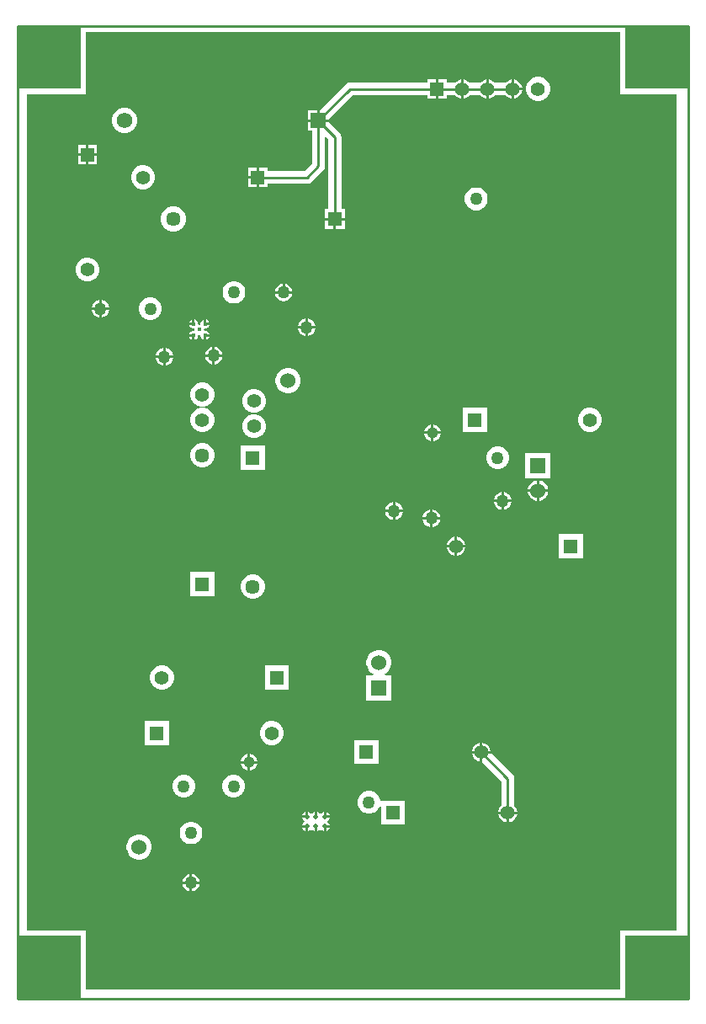
<source format=gbl>
G04*
G04 #@! TF.GenerationSoftware,Altium Limited,Altium Designer,22.0.2 (36)*
G04*
G04 Layer_Physical_Order=2*
G04 Layer_Color=16711680*
%FSLAX25Y25*%
%MOIN*%
G70*
G04*
G04 #@! TF.SameCoordinates,67E39877-474A-4780-B11E-DC456855A8CC*
G04*
G04*
G04 #@! TF.FilePolarity,Positive*
G04*
G01*
G75*
%ADD14C,0.01000*%
%ADD35R,0.05500X0.05500*%
%ADD36C,0.05500*%
%ADD37C,0.05700*%
%ADD38R,0.05700X0.05700*%
%ADD39R,0.06000X0.06000*%
%ADD40C,0.06000*%
%ADD44C,0.06200*%
%ADD45R,0.06200X0.06200*%
%ADD46R,0.05700X0.05700*%
%ADD47R,0.05500X0.05500*%
%ADD57R,0.25000X0.25000*%
%ADD58C,0.01968*%
%ADD59C,0.01575*%
%ADD60C,0.04953*%
%ADD61C,0.05000*%
%ADD62C,0.04500*%
G36*
X238500Y358000D02*
X261000D01*
Y27000D01*
X238500D01*
Y3500D01*
X27000D01*
Y27000D01*
X3500D01*
Y304500D01*
Y358000D01*
X27000D01*
Y382500D01*
X238500D01*
Y358000D01*
D02*
G37*
%LPC*%
G36*
X195500Y363748D02*
X194553Y363494D01*
X193698Y363001D01*
X193246Y362549D01*
X188754D01*
X188303Y363001D01*
X187448Y363494D01*
X186500Y363748D01*
Y360000D01*
Y356252D01*
X187448Y356506D01*
X188303Y356999D01*
X188754Y357451D01*
X193246D01*
X193698Y356999D01*
X194553Y356506D01*
X195500Y356252D01*
Y360000D01*
Y363748D01*
D02*
G37*
G36*
X185500D02*
X184553Y363494D01*
X183697Y363001D01*
X183246Y362549D01*
X178754D01*
X178303Y363001D01*
X177447Y363494D01*
X176500Y363748D01*
Y360000D01*
Y356252D01*
X177447Y356506D01*
X178303Y356999D01*
X178754Y357451D01*
X183246D01*
X183697Y356999D01*
X184553Y356506D01*
X185500Y356252D01*
Y360000D01*
Y363748D01*
D02*
G37*
G36*
X196500D02*
Y360500D01*
X199748D01*
X199494Y361447D01*
X199001Y362303D01*
X198302Y363001D01*
X197448Y363494D01*
X196500Y363748D01*
D02*
G37*
G36*
X199748Y359500D02*
X196500D01*
Y356252D01*
X197448Y356506D01*
X198302Y356999D01*
X199001Y357697D01*
X199494Y358553D01*
X199748Y359500D01*
D02*
G37*
G36*
X169750Y363750D02*
X166500D01*
Y360000D01*
Y356250D01*
X169750D01*
Y357451D01*
X173246D01*
X173697Y356999D01*
X174553Y356506D01*
X175500Y356252D01*
Y360000D01*
Y363748D01*
X174553Y363494D01*
X173697Y363001D01*
X173246Y362549D01*
X169750D01*
Y363750D01*
D02*
G37*
G36*
X165500D02*
X162250D01*
Y362549D01*
X131500D01*
X130525Y362355D01*
X129698Y361802D01*
X119500Y351605D01*
Y348000D01*
X123105D01*
X132556Y357451D01*
X162250D01*
Y356250D01*
X165500D01*
Y360000D01*
Y363750D01*
D02*
G37*
G36*
X206625Y364750D02*
X205375D01*
X204167Y364426D01*
X203083Y363801D01*
X202199Y362917D01*
X201574Y361833D01*
X201250Y360625D01*
Y359375D01*
X201574Y358167D01*
X202199Y357083D01*
X203083Y356199D01*
X204167Y355574D01*
X205375Y355250D01*
X206625D01*
X207833Y355574D01*
X208917Y356199D01*
X209801Y357083D01*
X210426Y358167D01*
X210750Y359375D01*
Y360625D01*
X210426Y361833D01*
X209801Y362917D01*
X208917Y363801D01*
X207833Y364426D01*
X206625Y364750D01*
D02*
G37*
G36*
X118500Y351600D02*
X114900D01*
Y348000D01*
X118500D01*
Y351600D01*
D02*
G37*
G36*
X42871Y352600D02*
X41529D01*
X40231Y352252D01*
X39068Y351581D01*
X38119Y350631D01*
X37448Y349468D01*
X37100Y348171D01*
Y346829D01*
X37448Y345532D01*
X38119Y344369D01*
X39068Y343419D01*
X40231Y342748D01*
X41529Y342400D01*
X42871D01*
X44168Y342748D01*
X45331Y343419D01*
X46281Y344369D01*
X46952Y345532D01*
X47300Y346829D01*
Y348171D01*
X46952Y349468D01*
X46281Y350631D01*
X45331Y351581D01*
X44168Y352252D01*
X42871Y352600D01*
D02*
G37*
G36*
X31250Y337750D02*
X28000D01*
Y334500D01*
X31250D01*
Y337750D01*
D02*
G37*
G36*
X27000D02*
X23750D01*
Y334500D01*
X27000D01*
Y337750D01*
D02*
G37*
G36*
X31250Y333500D02*
X28000D01*
Y330250D01*
X31250D01*
Y333500D01*
D02*
G37*
G36*
X27000D02*
X23750D01*
Y330250D01*
X27000D01*
Y333500D01*
D02*
G37*
G36*
X94500Y328750D02*
X91250D01*
Y325500D01*
X94500D01*
Y328750D01*
D02*
G37*
G36*
Y324500D02*
X91250D01*
Y321250D01*
X94500D01*
Y324500D01*
D02*
G37*
G36*
X50125Y329750D02*
X48875D01*
X47667Y329426D01*
X46583Y328801D01*
X45699Y327917D01*
X45074Y326833D01*
X44750Y325625D01*
Y324375D01*
X45074Y323167D01*
X45699Y322083D01*
X46583Y321199D01*
X47667Y320574D01*
X48875Y320250D01*
X50125D01*
X51333Y320574D01*
X52417Y321199D01*
X53301Y322083D01*
X53926Y323167D01*
X54250Y324375D01*
Y325625D01*
X53926Y326833D01*
X53301Y327917D01*
X52417Y328801D01*
X51333Y329426D01*
X50125Y329750D01*
D02*
G37*
G36*
X182092Y321000D02*
X180908D01*
X179763Y320693D01*
X178737Y320101D01*
X177899Y319263D01*
X177307Y318237D01*
X177000Y317092D01*
Y315908D01*
X177307Y314763D01*
X177899Y313737D01*
X178737Y312899D01*
X179763Y312307D01*
X180908Y312000D01*
X182092D01*
X183237Y312307D01*
X184263Y312899D01*
X185101Y313737D01*
X185693Y314763D01*
X186000Y315908D01*
Y317092D01*
X185693Y318237D01*
X185101Y319263D01*
X184263Y320101D01*
X183237Y320693D01*
X182092Y321000D01*
D02*
G37*
G36*
X123105Y347000D02*
X119000D01*
X114900D01*
Y343400D01*
X116451D01*
Y330556D01*
X113444Y327549D01*
X98750D01*
Y328750D01*
X95500D01*
Y325000D01*
Y321250D01*
X98750D01*
Y322451D01*
X114500D01*
X115475Y322645D01*
X116302Y323198D01*
X120802Y327698D01*
X121355Y328524D01*
X121549Y329500D01*
Y340693D01*
X122011Y340884D01*
X122951Y339944D01*
Y312350D01*
X121650D01*
Y309000D01*
X125500D01*
X129350D01*
Y312350D01*
X128049D01*
Y341000D01*
X127855Y341975D01*
X127302Y342802D01*
X123105Y347000D01*
D02*
G37*
G36*
X129350Y308000D02*
X126000D01*
Y304650D01*
X129350D01*
Y308000D01*
D02*
G37*
G36*
X125000D02*
X121650D01*
Y304650D01*
X125000D01*
Y308000D01*
D02*
G37*
G36*
X62138Y313350D02*
X60861D01*
X59628Y313019D01*
X58522Y312381D01*
X57619Y311478D01*
X56981Y310372D01*
X56650Y309138D01*
Y307861D01*
X56981Y306628D01*
X57619Y305522D01*
X58522Y304619D01*
X59628Y303980D01*
X60861Y303650D01*
X62138D01*
X63372Y303980D01*
X64478Y304619D01*
X65381Y305522D01*
X66019Y306628D01*
X66350Y307861D01*
Y309138D01*
X66019Y310372D01*
X65381Y311478D01*
X64478Y312381D01*
X63372Y313019D01*
X62138Y313350D01*
D02*
G37*
G36*
X28125Y293250D02*
X26875D01*
X25667Y292926D01*
X24583Y292301D01*
X23699Y291417D01*
X23074Y290333D01*
X22750Y289125D01*
Y287875D01*
X23074Y286667D01*
X23699Y285583D01*
X24583Y284699D01*
X25667Y284074D01*
X26875Y283750D01*
X28125D01*
X29333Y284074D01*
X30417Y284699D01*
X31301Y285583D01*
X31926Y286667D01*
X32250Y287875D01*
Y289125D01*
X31926Y290333D01*
X31301Y291417D01*
X30417Y292301D01*
X29333Y292926D01*
X28125Y293250D01*
D02*
G37*
G36*
X105685Y282965D02*
Y280000D01*
X108650D01*
X108424Y280842D01*
X107967Y281634D01*
X107320Y282282D01*
X106527Y282739D01*
X105685Y282965D01*
D02*
G37*
G36*
X104685D02*
X103843Y282739D01*
X103050Y282282D01*
X102403Y281634D01*
X101946Y280842D01*
X101720Y280000D01*
X104685D01*
Y282965D01*
D02*
G37*
G36*
X108650Y279000D02*
X105185D01*
X101720D01*
X101946Y278158D01*
X102403Y277365D01*
X103050Y276718D01*
X103843Y276260D01*
X103992Y276221D01*
X104210Y276075D01*
X105185Y275881D01*
X106160Y276075D01*
X106378Y276221D01*
X106527Y276260D01*
X107320Y276718D01*
X107967Y277365D01*
X108424Y278158D01*
X108650Y279000D01*
D02*
G37*
G36*
X86089Y283976D02*
X84911D01*
X83772Y283671D01*
X82751Y283082D01*
X81918Y282249D01*
X81329Y281228D01*
X81024Y280089D01*
Y278911D01*
X81329Y277772D01*
X81918Y276751D01*
X82751Y275918D01*
X83772Y275329D01*
X84911Y275024D01*
X86089D01*
X87228Y275329D01*
X88249Y275918D01*
X89082Y276751D01*
X89671Y277772D01*
X89976Y278911D01*
Y280089D01*
X89671Y281228D01*
X89082Y282249D01*
X88249Y283082D01*
X87228Y283671D01*
X86089Y283976D01*
D02*
G37*
G36*
X33158Y276465D02*
Y273500D01*
X36123D01*
X35897Y274342D01*
X35820Y274476D01*
X35769Y274732D01*
X35216Y275559D01*
X34389Y276111D01*
X34133Y276162D01*
X33999Y276239D01*
X33158Y276465D01*
D02*
G37*
G36*
X32157D02*
X31316Y276239D01*
X30523Y275782D01*
X29876Y275134D01*
X29418Y274342D01*
X29192Y273500D01*
X32157D01*
Y276465D01*
D02*
G37*
G36*
X36123Y272500D02*
X33158D01*
Y269535D01*
X33999Y269760D01*
X34792Y270218D01*
X35439Y270866D01*
X35897Y271658D01*
X36123Y272500D01*
D02*
G37*
G36*
X32157D02*
X29192D01*
X29418Y271658D01*
X29876Y270866D01*
X30523Y270218D01*
X31316Y269760D01*
X32157Y269535D01*
Y272500D01*
D02*
G37*
G36*
X52932Y277476D02*
X51753D01*
X50615Y277171D01*
X49594Y276582D01*
X48761Y275749D01*
X48171Y274728D01*
X47866Y273589D01*
Y272411D01*
X48171Y271272D01*
X48761Y270251D01*
X49594Y269418D01*
X50615Y268829D01*
X51753Y268524D01*
X52932D01*
X54070Y268829D01*
X55091Y269418D01*
X55924Y270251D01*
X56514Y271272D01*
X56819Y272411D01*
Y273589D01*
X56514Y274728D01*
X55924Y275749D01*
X55091Y276582D01*
X54070Y277171D01*
X52932Y277476D01*
D02*
G37*
G36*
X74567Y268728D02*
Y267500D01*
X75795D01*
X75582Y268012D01*
X75079Y268515D01*
X74567Y268728D01*
D02*
G37*
G36*
X69000D02*
X68488Y268515D01*
X67985Y268012D01*
X67772Y267500D01*
X69000D01*
Y268728D01*
D02*
G37*
G36*
X73567D02*
X73054Y268515D01*
X72552Y268012D01*
X72280Y267355D01*
Y266966D01*
X72219Y266765D01*
X71784Y266570D01*
X71348Y266765D01*
X71287Y266966D01*
Y267355D01*
X71015Y268012D01*
X70512Y268515D01*
X70000Y268728D01*
Y267000D01*
X69500D01*
Y266500D01*
X67772D01*
X67985Y265987D01*
X68488Y265485D01*
X69144Y265213D01*
X69534D01*
X69735Y265152D01*
X69930Y264717D01*
X69735Y264282D01*
X69534Y264220D01*
X69144D01*
X68488Y263948D01*
X67985Y263446D01*
X67772Y262933D01*
X69500D01*
Y262433D01*
X70000D01*
Y260705D01*
X70512Y260918D01*
X71015Y261421D01*
X71287Y262077D01*
Y262467D01*
X71340Y262639D01*
X71855Y262869D01*
X72195Y262744D01*
X72280Y262467D01*
Y262077D01*
X72552Y261421D01*
X73054Y260918D01*
X73567Y260705D01*
Y262433D01*
X74067D01*
Y262933D01*
X75795D01*
X75582Y263446D01*
X75079Y263948D01*
X74423Y264220D01*
X74033D01*
X73832Y264282D01*
X73637Y264717D01*
X73832Y265152D01*
X74033Y265213D01*
X74423D01*
X75079Y265485D01*
X75582Y265987D01*
X75795Y266500D01*
X74067D01*
Y267000D01*
X73567D01*
Y268728D01*
D02*
G37*
G36*
X114800Y269117D02*
Y266128D01*
X117790D01*
X117562Y266979D01*
X117101Y267777D01*
X116449Y268429D01*
X115651Y268889D01*
X114800Y269117D01*
D02*
G37*
G36*
X113800D02*
X112949Y268889D01*
X112151Y268429D01*
X111500Y267777D01*
X111039Y266979D01*
X110811Y266128D01*
X113800D01*
Y269117D01*
D02*
G37*
G36*
X117790Y265128D02*
X114800D01*
Y262138D01*
X115651Y262366D01*
X116449Y262827D01*
X117101Y263479D01*
X117562Y264277D01*
X117790Y265128D01*
D02*
G37*
G36*
X113800D02*
X110811D01*
X111039Y264277D01*
X111500Y263479D01*
X112151Y262827D01*
X112949Y262366D01*
X113800Y262138D01*
Y265128D01*
D02*
G37*
G36*
X75795Y261933D02*
X74567D01*
Y260705D01*
X75079Y260918D01*
X75582Y261421D01*
X75795Y261933D01*
D02*
G37*
G36*
X69000D02*
X67772D01*
X67985Y261421D01*
X68488Y260918D01*
X69000Y260705D01*
Y261933D01*
D02*
G37*
G36*
X78000Y257990D02*
Y255000D01*
X80989D01*
X80761Y255851D01*
X80301Y256649D01*
X79649Y257301D01*
X78851Y257762D01*
X78000Y257990D01*
D02*
G37*
G36*
X77000D02*
X76149Y257762D01*
X75351Y257301D01*
X74699Y256649D01*
X74239Y255851D01*
X74010Y255000D01*
X77000D01*
Y257990D01*
D02*
G37*
G36*
X58500Y257489D02*
Y254500D01*
X61489D01*
X61261Y255351D01*
X60801Y256149D01*
X60149Y256801D01*
X59351Y257261D01*
X58500Y257489D01*
D02*
G37*
G36*
X57500D02*
X56649Y257261D01*
X55851Y256801D01*
X55199Y256149D01*
X54738Y255351D01*
X54510Y254500D01*
X57500D01*
Y257489D01*
D02*
G37*
G36*
X80989Y254000D02*
X78000D01*
Y251010D01*
X78851Y251238D01*
X79649Y251699D01*
X80301Y252351D01*
X80761Y253149D01*
X80989Y254000D01*
D02*
G37*
G36*
X77000D02*
X74010D01*
X74239Y253149D01*
X74699Y252351D01*
X75351Y251699D01*
X76149Y251238D01*
X77000Y251010D01*
Y254000D01*
D02*
G37*
G36*
X61489Y253500D02*
X58500D01*
Y250511D01*
X59351Y250739D01*
X60149Y251199D01*
X60801Y251851D01*
X61261Y252649D01*
X61489Y253500D01*
D02*
G37*
G36*
X57500D02*
X54510D01*
X54738Y252649D01*
X55199Y251851D01*
X55851Y251199D01*
X56649Y250739D01*
X57500Y250511D01*
Y253500D01*
D02*
G37*
G36*
X107658Y249500D02*
X106342D01*
X105070Y249159D01*
X103930Y248501D01*
X102999Y247570D01*
X102341Y246430D01*
X102000Y245158D01*
Y243842D01*
X102341Y242570D01*
X102999Y241430D01*
X103930Y240499D01*
X105070Y239841D01*
X106342Y239500D01*
X107658D01*
X108930Y239841D01*
X110070Y240499D01*
X111001Y241430D01*
X111659Y242570D01*
X112000Y243842D01*
Y245158D01*
X111659Y246430D01*
X111001Y247570D01*
X110070Y248501D01*
X108930Y249159D01*
X107658Y249500D01*
D02*
G37*
G36*
X73625Y243750D02*
X72375D01*
X71167Y243426D01*
X70083Y242801D01*
X69199Y241917D01*
X68574Y240833D01*
X68250Y239625D01*
Y238375D01*
X68574Y237167D01*
X69199Y236083D01*
X70083Y235199D01*
X71167Y234574D01*
X72375Y234250D01*
X73625D01*
X74833Y234574D01*
X75917Y235199D01*
X76801Y236083D01*
X77426Y237167D01*
X77750Y238375D01*
Y239625D01*
X77426Y240833D01*
X76801Y241917D01*
X75917Y242801D01*
X74833Y243426D01*
X73625Y243750D01*
D02*
G37*
G36*
X94125Y241250D02*
X92875D01*
X91667Y240926D01*
X90583Y240301D01*
X89699Y239417D01*
X89074Y238333D01*
X88750Y237125D01*
Y235875D01*
X89074Y234667D01*
X89699Y233583D01*
X90583Y232699D01*
X91667Y232074D01*
X92875Y231750D01*
X94125D01*
X95333Y232074D01*
X96417Y232699D01*
X97301Y233583D01*
X97926Y234667D01*
X98250Y235875D01*
Y237125D01*
X97926Y238333D01*
X97301Y239417D01*
X96417Y240301D01*
X95333Y240926D01*
X94125Y241250D01*
D02*
G37*
G36*
X164646Y227095D02*
Y224364D01*
X167376D01*
X167174Y225118D01*
X166746Y225860D01*
X166141Y226465D01*
X165400Y226892D01*
X164646Y227095D01*
D02*
G37*
G36*
X163646D02*
X162891Y226892D01*
X162150Y226465D01*
X161545Y225860D01*
X161117Y225118D01*
X160915Y224364D01*
X163646D01*
Y227095D01*
D02*
G37*
G36*
X227125Y233750D02*
X225875D01*
X224667Y233426D01*
X223583Y232801D01*
X222699Y231917D01*
X222074Y230833D01*
X221750Y229625D01*
Y228375D01*
X222074Y227167D01*
X222699Y226083D01*
X223583Y225199D01*
X224667Y224574D01*
X225875Y224250D01*
X227125D01*
X228333Y224574D01*
X229417Y225199D01*
X230301Y226083D01*
X230926Y227167D01*
X231250Y228375D01*
Y229625D01*
X230926Y230833D01*
X230301Y231917D01*
X229417Y232801D01*
X228333Y233426D01*
X227125Y233750D01*
D02*
G37*
G36*
X185750D02*
X176250D01*
Y224250D01*
X185750D01*
Y233750D01*
D02*
G37*
G36*
X73625D02*
X72375D01*
X71167Y233426D01*
X70083Y232801D01*
X69199Y231917D01*
X68574Y230833D01*
X68250Y229625D01*
Y228375D01*
X68574Y227167D01*
X69199Y226083D01*
X70083Y225199D01*
X71167Y224574D01*
X72375Y224250D01*
X73625D01*
X74833Y224574D01*
X75917Y225199D01*
X76801Y226083D01*
X77426Y227167D01*
X77750Y228375D01*
Y229625D01*
X77426Y230833D01*
X76801Y231917D01*
X75917Y232801D01*
X74833Y233426D01*
X73625Y233750D01*
D02*
G37*
G36*
X94125Y231250D02*
X92875D01*
X91667Y230926D01*
X90583Y230301D01*
X89699Y229417D01*
X89074Y228333D01*
X88750Y227125D01*
Y225875D01*
X89074Y224667D01*
X89699Y223583D01*
X90583Y222699D01*
X91667Y222074D01*
X92875Y221750D01*
X94125D01*
X95333Y222074D01*
X96417Y222699D01*
X97301Y223583D01*
X97926Y224667D01*
X98250Y225875D01*
Y227125D01*
X97926Y228333D01*
X97301Y229417D01*
X96417Y230301D01*
X95333Y230926D01*
X94125Y231250D01*
D02*
G37*
G36*
X167376Y223364D02*
X164646D01*
Y220633D01*
X165400Y220835D01*
X166141Y221263D01*
X166746Y221868D01*
X167174Y222610D01*
X167376Y223364D01*
D02*
G37*
G36*
X163646D02*
X160915D01*
X161117Y222610D01*
X161545Y221868D01*
X162150Y221263D01*
X162891Y220835D01*
X163646Y220633D01*
Y223364D01*
D02*
G37*
G36*
X73638Y219850D02*
X72361D01*
X71128Y219519D01*
X70022Y218881D01*
X69119Y217978D01*
X68480Y216872D01*
X68150Y215638D01*
Y214362D01*
X68480Y213128D01*
X69119Y212022D01*
X70022Y211119D01*
X71128Y210480D01*
X72361Y210150D01*
X73638D01*
X74872Y210480D01*
X75978Y211119D01*
X76881Y212022D01*
X77520Y213128D01*
X77850Y214362D01*
Y215638D01*
X77520Y216872D01*
X76881Y217978D01*
X75978Y218881D01*
X74872Y219519D01*
X73638Y219850D01*
D02*
G37*
G36*
X190592Y218500D02*
X189408D01*
X188263Y218193D01*
X187237Y217601D01*
X186399Y216763D01*
X185807Y215737D01*
X185500Y214592D01*
Y213408D01*
X185807Y212263D01*
X186399Y211237D01*
X187237Y210399D01*
X188263Y209807D01*
X189408Y209500D01*
X190592D01*
X191737Y209807D01*
X192763Y210399D01*
X193601Y211237D01*
X194193Y212263D01*
X194500Y213408D01*
Y214592D01*
X194193Y215737D01*
X193601Y216763D01*
X192763Y217601D01*
X191737Y218193D01*
X190592Y218500D01*
D02*
G37*
G36*
X97850Y218850D02*
X88150D01*
Y209150D01*
X97850D01*
Y218850D01*
D02*
G37*
G36*
X211000Y216000D02*
X201000D01*
Y206000D01*
X211000D01*
Y216000D01*
D02*
G37*
G36*
X206527Y205000D02*
X206500D01*
Y201500D01*
X210000D01*
Y201527D01*
X209727Y202544D01*
X209201Y203456D01*
X208456Y204201D01*
X207544Y204727D01*
X206527Y205000D01*
D02*
G37*
G36*
X205500D02*
X205473D01*
X204456Y204727D01*
X203544Y204201D01*
X202799Y203456D01*
X202273Y202544D01*
X202000Y201527D01*
Y201500D01*
X205500D01*
Y205000D01*
D02*
G37*
G36*
X192441Y200363D02*
Y197374D01*
X195430D01*
X195202Y198225D01*
X194741Y199023D01*
X194090Y199675D01*
X193292Y200135D01*
X192441Y200363D01*
D02*
G37*
G36*
X191441D02*
X190590Y200135D01*
X189792Y199675D01*
X189140Y199023D01*
X188679Y198225D01*
X188451Y197374D01*
X191441D01*
Y200363D01*
D02*
G37*
G36*
X210000Y200500D02*
X206500D01*
Y197000D01*
X206527D01*
X207544Y197273D01*
X208456Y197799D01*
X209201Y198544D01*
X209727Y199456D01*
X210000Y200473D01*
Y200500D01*
D02*
G37*
G36*
X205500D02*
X202000D01*
Y200473D01*
X202273Y199456D01*
X202799Y198544D01*
X203544Y197799D01*
X204456Y197273D01*
X205473Y197000D01*
X205500D01*
Y200500D01*
D02*
G37*
G36*
X149383Y196385D02*
Y193395D01*
X152373D01*
X152145Y194246D01*
X151684Y195044D01*
X151032Y195696D01*
X150234Y196157D01*
X149383Y196385D01*
D02*
G37*
G36*
X148383D02*
X147532Y196157D01*
X146734Y195696D01*
X146083Y195044D01*
X145622Y194246D01*
X145394Y193395D01*
X148383D01*
Y196385D01*
D02*
G37*
G36*
X195430Y196374D02*
X192441D01*
Y193385D01*
X193292Y193613D01*
X194090Y194073D01*
X194741Y194725D01*
X195202Y195523D01*
X195430Y196374D01*
D02*
G37*
G36*
X191441D02*
X188451D01*
X188679Y195523D01*
X189140Y194725D01*
X189792Y194073D01*
X190590Y193613D01*
X191441Y193385D01*
Y196374D01*
D02*
G37*
G36*
X164275Y193526D02*
Y190536D01*
X167264D01*
X167036Y191387D01*
X166576Y192185D01*
X165924Y192837D01*
X165126Y193298D01*
X164275Y193526D01*
D02*
G37*
G36*
X163275D02*
X162424Y193298D01*
X161626Y192837D01*
X160974Y192185D01*
X160513Y191387D01*
X160285Y190536D01*
X163275D01*
Y193526D01*
D02*
G37*
G36*
X152373Y192395D02*
X149383D01*
Y189406D01*
X150234Y189634D01*
X151032Y190094D01*
X151684Y190746D01*
X152145Y191544D01*
X152373Y192395D01*
D02*
G37*
G36*
X148383D02*
X145394D01*
X145622Y191544D01*
X146083Y190746D01*
X146734Y190094D01*
X147532Y189634D01*
X148383Y189406D01*
Y192395D01*
D02*
G37*
G36*
X167264Y189536D02*
X164275D01*
Y186547D01*
X165126Y186775D01*
X165924Y187235D01*
X166576Y187887D01*
X167036Y188685D01*
X167264Y189536D01*
D02*
G37*
G36*
X163275D02*
X160285D01*
X160513Y188685D01*
X160974Y187887D01*
X161626Y187235D01*
X162424Y186775D01*
X163275Y186547D01*
Y189536D01*
D02*
G37*
G36*
X174000Y182748D02*
Y179500D01*
X177248D01*
X176994Y180447D01*
X176501Y181302D01*
X175803Y182001D01*
X174948Y182494D01*
X174000Y182748D01*
D02*
G37*
G36*
X173000D02*
X172053Y182494D01*
X171197Y182001D01*
X170499Y181302D01*
X170006Y180447D01*
X169752Y179500D01*
X173000D01*
Y182748D01*
D02*
G37*
G36*
X177248Y178500D02*
X174000D01*
Y175252D01*
X174948Y175506D01*
X175803Y175999D01*
X176501Y176698D01*
X176994Y177552D01*
X177248Y178500D01*
D02*
G37*
G36*
X173000D02*
X169752D01*
X170006Y177552D01*
X170499Y176698D01*
X171197Y175999D01*
X172053Y175506D01*
X173000Y175252D01*
Y178500D01*
D02*
G37*
G36*
X223750Y183750D02*
X214250D01*
Y174250D01*
X223750D01*
Y183750D01*
D02*
G37*
G36*
X77850Y168850D02*
X68150D01*
Y159150D01*
X77850D01*
Y168850D01*
D02*
G37*
G36*
X93638Y167850D02*
X92361D01*
X91128Y167519D01*
X90022Y166881D01*
X89119Y165978D01*
X88481Y164872D01*
X88150Y163638D01*
Y162362D01*
X88481Y161128D01*
X89119Y160022D01*
X90022Y159119D01*
X91128Y158481D01*
X92361Y158150D01*
X93638D01*
X94872Y158481D01*
X95978Y159119D01*
X96881Y160022D01*
X97519Y161128D01*
X97850Y162362D01*
Y163638D01*
X97519Y164872D01*
X96881Y165978D01*
X95978Y166881D01*
X94872Y167519D01*
X93638Y167850D01*
D02*
G37*
G36*
X107250Y131750D02*
X97750D01*
Y122250D01*
X107250D01*
Y131750D01*
D02*
G37*
G36*
X57625D02*
X56375D01*
X55167Y131426D01*
X54083Y130801D01*
X53199Y129917D01*
X52574Y128833D01*
X52250Y127625D01*
Y126375D01*
X52574Y125167D01*
X53199Y124083D01*
X54083Y123199D01*
X55167Y122574D01*
X56375Y122250D01*
X57625D01*
X58833Y122574D01*
X59917Y123199D01*
X60801Y124083D01*
X61426Y125167D01*
X61750Y126375D01*
Y127625D01*
X61426Y128833D01*
X60801Y129917D01*
X59917Y130801D01*
X58833Y131426D01*
X57625Y131750D01*
D02*
G37*
G36*
X143658Y138000D02*
X142342D01*
X141070Y137659D01*
X139930Y137001D01*
X138999Y136070D01*
X138341Y134930D01*
X138000Y133658D01*
Y132342D01*
X138341Y131070D01*
X138999Y129930D01*
X139930Y128999D01*
X140794Y128500D01*
X140660Y128000D01*
X138000D01*
Y118000D01*
X148000D01*
Y128000D01*
X145340D01*
X145206Y128500D01*
X146070Y128999D01*
X147001Y129930D01*
X147659Y131070D01*
X148000Y132342D01*
Y133658D01*
X147659Y134930D01*
X147001Y136070D01*
X146070Y137001D01*
X144930Y137659D01*
X143658Y138000D01*
D02*
G37*
G36*
X101125Y109750D02*
X99875D01*
X98667Y109426D01*
X97583Y108801D01*
X96699Y107917D01*
X96074Y106833D01*
X95750Y105625D01*
Y104375D01*
X96074Y103167D01*
X96699Y102083D01*
X97583Y101199D01*
X98667Y100574D01*
X99875Y100250D01*
X101125D01*
X102333Y100574D01*
X103417Y101199D01*
X104301Y102083D01*
X104926Y103167D01*
X105250Y104375D01*
Y105625D01*
X104926Y106833D01*
X104301Y107917D01*
X103417Y108801D01*
X102333Y109426D01*
X101125Y109750D01*
D02*
G37*
G36*
X59750D02*
X50250D01*
Y100250D01*
X59750D01*
Y109750D01*
D02*
G37*
G36*
X184000Y101248D02*
Y98000D01*
X187248D01*
X186994Y98948D01*
X186501Y99803D01*
X185802Y100501D01*
X184948Y100994D01*
X184000Y101248D01*
D02*
G37*
G36*
X183000D02*
X182053Y100994D01*
X181198Y100501D01*
X180499Y99803D01*
X180006Y98948D01*
X179752Y98000D01*
X183000D01*
Y101248D01*
D02*
G37*
G36*
X92000Y96731D02*
Y94000D01*
X94731D01*
X94529Y94754D01*
X94101Y95495D01*
X93496Y96101D01*
X92754Y96529D01*
X92000Y96731D01*
D02*
G37*
G36*
X91000D02*
X90246Y96529D01*
X89504Y96101D01*
X88899Y95495D01*
X88472Y94754D01*
X88269Y94000D01*
X91000D01*
Y96731D01*
D02*
G37*
G36*
X183000Y97000D02*
X179752D01*
X180006Y96052D01*
X180499Y95197D01*
X181198Y94499D01*
X182053Y94006D01*
X183000Y93752D01*
Y97000D01*
D02*
G37*
G36*
X142750Y102250D02*
X133250D01*
Y92750D01*
X142750D01*
Y102250D01*
D02*
G37*
G36*
X94731Y93000D02*
X92000D01*
Y90269D01*
X92754Y90472D01*
X93496Y90899D01*
X94101Y91505D01*
X94529Y92246D01*
X94731Y93000D01*
D02*
G37*
G36*
X91000D02*
X88269D01*
X88472Y92246D01*
X88899Y91505D01*
X89504Y90899D01*
X90246Y90472D01*
X91000Y90269D01*
Y93000D01*
D02*
G37*
G36*
X85932Y88476D02*
X84753D01*
X83615Y88171D01*
X82594Y87582D01*
X81761Y86749D01*
X81171Y85728D01*
X80866Y84589D01*
Y83411D01*
X81171Y82272D01*
X81761Y81251D01*
X82594Y80418D01*
X83615Y79829D01*
X84753Y79524D01*
X85932D01*
X87070Y79829D01*
X88091Y80418D01*
X88924Y81251D01*
X89514Y82272D01*
X89819Y83411D01*
Y84589D01*
X89514Y85728D01*
X88924Y86749D01*
X88091Y87582D01*
X87070Y88171D01*
X85932Y88476D01*
D02*
G37*
G36*
X66247D02*
X65068D01*
X63930Y88171D01*
X62909Y87582D01*
X62076Y86749D01*
X61486Y85728D01*
X61181Y84589D01*
Y83411D01*
X61486Y82272D01*
X62076Y81251D01*
X62909Y80418D01*
X63930Y79829D01*
X65068Y79524D01*
X66247D01*
X67385Y79829D01*
X68406Y80418D01*
X69239Y81251D01*
X69829Y82272D01*
X70134Y83411D01*
Y84589D01*
X69829Y85728D01*
X69239Y86749D01*
X68406Y87582D01*
X67385Y88171D01*
X66247Y88476D01*
D02*
G37*
G36*
X187605Y97000D02*
X184000D01*
Y93395D01*
X191451Y85944D01*
Y76254D01*
X190999Y75802D01*
X190506Y74948D01*
X190252Y74000D01*
X194000D01*
X197748D01*
X197494Y74948D01*
X197001Y75802D01*
X196549Y76254D01*
Y87000D01*
X196355Y87976D01*
X195802Y88802D01*
X187605Y97000D01*
D02*
G37*
G36*
X121043Y73909D02*
X120419Y73651D01*
X120098Y73330D01*
X119772Y73144D01*
X119445Y73330D01*
X119124Y73651D01*
X118500Y73909D01*
Y71969D01*
X117500D01*
Y73909D01*
X116876Y73651D01*
X116555Y73330D01*
X116228Y73144D01*
X115902Y73330D01*
X115581Y73651D01*
X114957Y73909D01*
Y71969D01*
X114457D01*
Y71469D01*
X112516D01*
X112775Y70845D01*
X113333Y70286D01*
X113420Y70250D01*
Y69750D01*
X113333Y69714D01*
X112775Y69156D01*
X112516Y68532D01*
X114457D01*
Y68032D01*
X114957D01*
Y66091D01*
X115581Y66349D01*
X115902Y66670D01*
X116228Y66856D01*
X116555Y66670D01*
X116876Y66349D01*
X117500Y66091D01*
Y68032D01*
X118500D01*
Y66091D01*
X119124Y66349D01*
X119445Y66670D01*
X119772Y66856D01*
X120098Y66670D01*
X120419Y66349D01*
X121043Y66091D01*
Y68032D01*
X121543D01*
Y68532D01*
X123484D01*
X123225Y69156D01*
X122667Y69714D01*
X122580Y69750D01*
Y70250D01*
X122667Y70286D01*
X123225Y70845D01*
X123484Y71469D01*
X121543D01*
Y71969D01*
X121043D01*
Y73909D01*
D02*
G37*
G36*
X122043D02*
Y72469D01*
X123484D01*
X123225Y73093D01*
X122667Y73651D01*
X122043Y73909D01*
D02*
G37*
G36*
X113957D02*
X113333Y73651D01*
X112775Y73093D01*
X112516Y72469D01*
X113957D01*
Y73909D01*
D02*
G37*
G36*
X197748Y73000D02*
X194500D01*
Y69752D01*
X195448Y70006D01*
X196302Y70499D01*
X197001Y71197D01*
X197494Y72053D01*
X197748Y73000D01*
D02*
G37*
G36*
X193500D02*
X190252D01*
X190506Y72053D01*
X190999Y71197D01*
X191698Y70499D01*
X192552Y70006D01*
X193500Y69752D01*
Y73000D01*
D02*
G37*
G36*
X139592Y82086D02*
X138408D01*
X137263Y81779D01*
X136237Y81187D01*
X135399Y80349D01*
X134807Y79323D01*
X134500Y78178D01*
Y76993D01*
X134807Y75849D01*
X135399Y74823D01*
X136237Y73985D01*
X137263Y73392D01*
X138408Y73086D01*
X139592D01*
X140737Y73392D01*
X141763Y73985D01*
X142601Y74823D01*
X143193Y75849D01*
X143250Y76060D01*
X143750Y75994D01*
Y68750D01*
X153250D01*
Y78250D01*
X143975D01*
X143750Y78250D01*
X143390Y78588D01*
X143193Y79323D01*
X142601Y80349D01*
X141763Y81187D01*
X140737Y81779D01*
X139592Y82086D01*
D02*
G37*
G36*
X123484Y67532D02*
X122043D01*
Y66091D01*
X122667Y66349D01*
X123225Y66908D01*
X123484Y67532D01*
D02*
G37*
G36*
X113957D02*
X112516D01*
X112775Y66908D01*
X113333Y66349D01*
X113957Y66091D01*
Y67532D01*
D02*
G37*
G36*
X69089Y69976D02*
X67911D01*
X66772Y69671D01*
X65751Y69082D01*
X64918Y68249D01*
X64329Y67228D01*
X64024Y66089D01*
Y64911D01*
X64329Y63772D01*
X64918Y62751D01*
X65751Y61918D01*
X66772Y61329D01*
X67911Y61024D01*
X69089D01*
X70228Y61329D01*
X71249Y61918D01*
X72082Y62751D01*
X72671Y63772D01*
X72976Y64911D01*
Y66089D01*
X72671Y67228D01*
X72082Y68249D01*
X71249Y69082D01*
X70228Y69671D01*
X69089Y69976D01*
D02*
G37*
G36*
X48658Y65000D02*
X47342D01*
X46070Y64659D01*
X44930Y64001D01*
X43999Y63070D01*
X43341Y61930D01*
X43000Y60658D01*
Y59342D01*
X43341Y58070D01*
X43999Y56930D01*
X44930Y55999D01*
X46070Y55341D01*
X47342Y55000D01*
X48658D01*
X49930Y55341D01*
X51070Y55999D01*
X52001Y56930D01*
X52659Y58070D01*
X53000Y59342D01*
Y60658D01*
X52659Y61930D01*
X52001Y63070D01*
X51070Y64001D01*
X49930Y64659D01*
X48658Y65000D01*
D02*
G37*
G36*
X69000Y49280D02*
Y46315D01*
X71965D01*
X71740Y47157D01*
X71282Y47949D01*
X70635Y48597D01*
X69842Y49054D01*
X69000Y49280D01*
D02*
G37*
G36*
X68000D02*
X67158Y49054D01*
X66365Y48597D01*
X65718Y47949D01*
X65260Y47157D01*
X65035Y46315D01*
X68000D01*
Y49280D01*
D02*
G37*
G36*
X71965Y45315D02*
X69000D01*
Y42350D01*
X69842Y42575D01*
X70635Y43033D01*
X71282Y43680D01*
X71740Y44473D01*
X71965Y45315D01*
D02*
G37*
G36*
X68000D02*
X65035D01*
X65260Y44473D01*
X65718Y43680D01*
X66365Y43033D01*
X67158Y42575D01*
X68000Y42350D01*
Y45315D01*
D02*
G37*
%LPD*%
D14*
X105185Y278430D02*
Y279500D01*
X183500Y97500D02*
X194000Y87000D01*
Y73500D02*
Y87000D01*
X32658Y273000D02*
X33414Y273756D01*
X125500Y308500D02*
Y341000D01*
X119000Y347500D02*
X125500Y341000D01*
X95000Y325000D02*
X114500D01*
X119000Y329500D01*
Y347500D01*
X186000Y360000D02*
X196000D01*
X176000D02*
X186000D01*
X166000D02*
X176000D01*
X119000Y347500D02*
X131500Y360000D01*
X166000D01*
X0Y0D02*
X265500D01*
X0Y385000D02*
X265500D01*
Y0D02*
Y385000D01*
X0Y0D02*
Y385000D01*
D35*
X55000Y105000D02*
D03*
X138000Y97500D02*
D03*
X166000Y360000D02*
D03*
X148500Y73500D02*
D03*
X95000Y325000D02*
D03*
X219000Y179000D02*
D03*
X181000Y229000D02*
D03*
X102500Y127000D02*
D03*
D36*
X100500Y105000D02*
D03*
X183500Y97500D02*
D03*
X176000Y360000D02*
D03*
X186000D02*
D03*
X196000D02*
D03*
X206000D02*
D03*
X194000Y73500D02*
D03*
X49500Y325000D02*
D03*
X173500Y179000D02*
D03*
X226500Y229000D02*
D03*
X73000D02*
D03*
Y239000D02*
D03*
X93500Y226500D02*
D03*
Y236500D02*
D03*
X27500Y288500D02*
D03*
X57000Y127000D02*
D03*
D37*
X61500Y308500D02*
D03*
X73000Y215000D02*
D03*
X93000Y163000D02*
D03*
D38*
X125500Y308500D02*
D03*
D39*
X206000Y211000D02*
D03*
X143000Y123000D02*
D03*
D40*
X107000Y244500D02*
D03*
X48000Y60000D02*
D03*
X206000Y201000D02*
D03*
X143000Y133000D02*
D03*
D44*
X42200Y347500D02*
D03*
D45*
X119000D02*
D03*
D46*
X73000Y164000D02*
D03*
X93000Y214000D02*
D03*
D47*
X27500Y334000D02*
D03*
D57*
X12500Y372500D02*
D03*
X253000D02*
D03*
Y12500D02*
D03*
X12500D02*
D03*
D58*
X121543Y68032D02*
D03*
Y71969D02*
D03*
X118000Y68032D02*
D03*
Y71969D02*
D03*
X114457Y68032D02*
D03*
Y71969D02*
D03*
D59*
X69500Y262433D02*
D03*
X74067D02*
D03*
Y267000D02*
D03*
X69500D02*
D03*
X71784Y264717D02*
D03*
D60*
X85500Y279500D02*
D03*
X105185D02*
D03*
X32658Y273000D02*
D03*
X52342D02*
D03*
X68500Y45815D02*
D03*
Y65500D02*
D03*
X65658Y84000D02*
D03*
X85343D02*
D03*
D61*
X77500Y254500D02*
D03*
X58000Y254000D02*
D03*
X190000Y214000D02*
D03*
X181500Y316500D02*
D03*
X114300Y265628D02*
D03*
X191941Y196874D02*
D03*
X148883Y192895D02*
D03*
X163775Y190036D02*
D03*
X139000Y77586D02*
D03*
D62*
X91500Y93500D02*
D03*
X164146Y223864D02*
D03*
M02*

</source>
